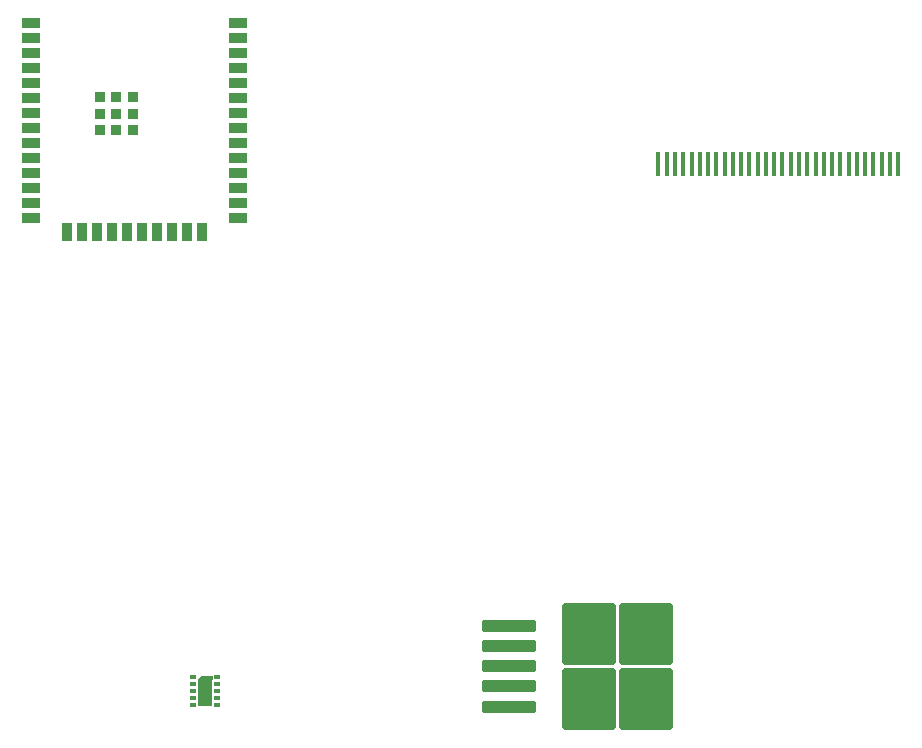
<source format=gbr>
%TF.GenerationSoftware,KiCad,Pcbnew,9.0.0*%
%TF.CreationDate,2025-03-30T15:15:58+05:30*%
%TF.ProjectId,garden management system,67617264-656e-4206-9d61-6e6167656d65,rev?*%
%TF.SameCoordinates,Original*%
%TF.FileFunction,Paste,Top*%
%TF.FilePolarity,Positive*%
%FSLAX46Y46*%
G04 Gerber Fmt 4.6, Leading zero omitted, Abs format (unit mm)*
G04 Created by KiCad (PCBNEW 9.0.0) date 2025-03-30 15:15:58*
%MOMM*%
%LPD*%
G01*
G04 APERTURE LIST*
G04 Aperture macros list*
%AMRoundRect*
0 Rectangle with rounded corners*
0 $1 Rounding radius*
0 $2 $3 $4 $5 $6 $7 $8 $9 X,Y pos of 4 corners*
0 Add a 4 corners polygon primitive as box body*
4,1,4,$2,$3,$4,$5,$6,$7,$8,$9,$2,$3,0*
0 Add four circle primitives for the rounded corners*
1,1,$1+$1,$2,$3*
1,1,$1+$1,$4,$5*
1,1,$1+$1,$6,$7*
1,1,$1+$1,$8,$9*
0 Add four rect primitives between the rounded corners*
20,1,$1+$1,$2,$3,$4,$5,0*
20,1,$1+$1,$4,$5,$6,$7,0*
20,1,$1+$1,$6,$7,$8,$9,0*
20,1,$1+$1,$8,$9,$2,$3,0*%
%AMOutline4P*
0 Free polygon, 4 corners , with rotation*
0 The origin of the aperture is its center*
0 number of corners: always 4*
0 $1 to $8 corner X, Y*
0 $9 Rotation angle, in degrees counterclockwise*
0 create outline with 4 corners*
4,1,4,$1,$2,$3,$4,$5,$6,$7,$8,$1,$2,$9*%
G04 Aperture macros list end*
%ADD10R,1.500000X0.900000*%
%ADD11R,0.900000X1.500000*%
%ADD12R,0.900000X0.900000*%
%ADD13R,0.600000X0.400000*%
%ADD14Outline4P,-0.650000X-0.150000X0.650000X-0.150000X0.350000X0.150000X-0.350000X0.150000X0.000000*%
%ADD15R,1.300000X2.200000*%
%ADD16R,1.000000X0.300000*%
%ADD17R,0.400000X2.000000*%
%ADD18RoundRect,0.250000X-2.050000X-0.300000X2.050000X-0.300000X2.050000X0.300000X-2.050000X0.300000X0*%
%ADD19RoundRect,0.250000X-2.025000X-2.375000X2.025000X-2.375000X2.025000X2.375000X-2.025000X2.375000X0*%
G04 APERTURE END LIST*
D10*
%TO.C,U1*%
X122710000Y-85990000D03*
X122710000Y-87260000D03*
X122710000Y-88530000D03*
X122710000Y-89800000D03*
X122710000Y-91070000D03*
X122710000Y-92340000D03*
X122710000Y-93610000D03*
X122710000Y-94880000D03*
X122710000Y-96150000D03*
X122710000Y-97420000D03*
X122710000Y-98690000D03*
X122710000Y-99960000D03*
X122710000Y-101230000D03*
X122710000Y-102500000D03*
D11*
X125745000Y-103750000D03*
X127015000Y-103750000D03*
X128285000Y-103750000D03*
X129555000Y-103750000D03*
X130825000Y-103750000D03*
X132095000Y-103750000D03*
X133365000Y-103750000D03*
X134635000Y-103750000D03*
X135905000Y-103750000D03*
X137175000Y-103750000D03*
D10*
X140210000Y-102500000D03*
X140210000Y-101230000D03*
X140210000Y-99960000D03*
X140210000Y-98690000D03*
X140210000Y-97420000D03*
X140210000Y-96150000D03*
X140210000Y-94880000D03*
X140210000Y-93610000D03*
X140210000Y-92340000D03*
X140210000Y-91070000D03*
X140210000Y-89800000D03*
X140210000Y-88530000D03*
X140210000Y-87260000D03*
X140210000Y-85990000D03*
D12*
X128560000Y-92310000D03*
X128560000Y-93710000D03*
X128560000Y-95110000D03*
X129960000Y-92310000D03*
X129960000Y-93710000D03*
X129960000Y-95110000D03*
X131360000Y-92310000D03*
X131360000Y-93710000D03*
X131360000Y-95110000D03*
%TD*%
D13*
%TO.C,U3*%
X136400000Y-141400000D03*
X136400000Y-142000000D03*
X136400000Y-142600000D03*
X136400000Y-143200000D03*
X136400000Y-143800000D03*
X138500000Y-143800000D03*
X138500000Y-143200000D03*
X138500000Y-142600000D03*
X138500000Y-142000000D03*
X138500000Y-141400000D03*
D14*
X137450000Y-141500000D03*
D15*
X137450000Y-142750000D03*
D16*
X137600000Y-141500000D03*
%TD*%
D17*
%TO.C,DS1*%
X175850000Y-97945000D03*
X176550000Y-97945000D03*
X177250000Y-97945000D03*
X177950000Y-97945000D03*
X178650000Y-97945000D03*
X179350000Y-97945000D03*
X180050000Y-97945000D03*
X180750000Y-97945000D03*
X181450000Y-97945000D03*
X182150000Y-97945000D03*
X182850000Y-97945000D03*
X183550000Y-97945000D03*
X184250000Y-97945000D03*
X184950000Y-97945000D03*
X185650000Y-97945000D03*
X186350000Y-97945000D03*
X187050000Y-97945000D03*
X187750000Y-97945000D03*
X188450000Y-97945000D03*
X189150000Y-97945000D03*
X189850000Y-97945000D03*
X190550000Y-97945000D03*
X191250000Y-97945000D03*
X191950000Y-97945000D03*
X192650000Y-97945000D03*
X193350000Y-97945000D03*
X194050000Y-97945000D03*
X194750000Y-97945000D03*
X195450000Y-97945000D03*
X196150000Y-97945000D03*
%TD*%
D18*
%TO.C,U2*%
X163225000Y-137100000D03*
X163225000Y-138800000D03*
X163225000Y-140500000D03*
D19*
X169950000Y-137725000D03*
X169950000Y-143275000D03*
X174800000Y-137725000D03*
X174800000Y-143275000D03*
D18*
X163225000Y-142200000D03*
X163225000Y-143900000D03*
%TD*%
M02*

</source>
